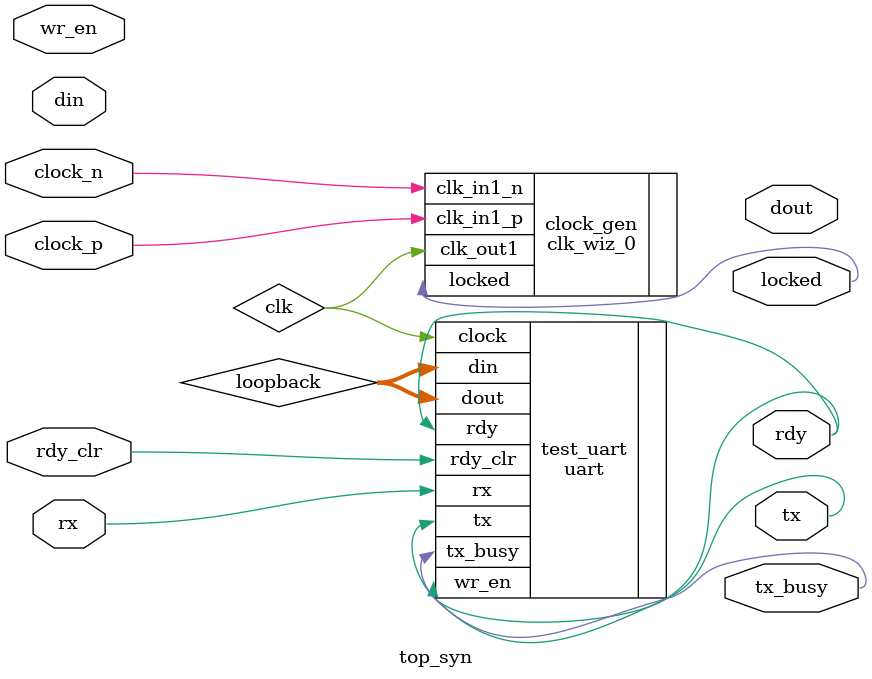
<source format=v>
module top_syn(input wire [7:0] din,
	    input wire wr_en,
	    input wire clock_n,
	    input wire clock_p,
	    output wire tx,
	    output wire tx_busy,
	    input wire rx,
	    output wire rdy,
	    input wire rdy_clr,
	    output wire [7:0] dout,
	    output wire locked);
	    
wire [7:0] loopback;
wire clk;

clk_wiz_0 clock_gen
(
  // Clock in ports
   .clk_in1_p(clock_p),    // input clk_in1_p
   .clk_in1_n(clock_n),    // input clk_in1_n
   // Clock out ports
   .clk_out1(clk),     // output clk_out1
   // Status and control signals
   .locked(locked));      // output locked

uart test_uart(.din(loopback),
	       .wr_en(rdy),
	       .clock(clk),
	       .tx(tx),
	       .tx_busy(tx_busy),
	       .rx(rx),
	       .rdy(rdy),
	       .rdy_clr(rdy_clr),
	       .dout(loopback));
endmodule

</source>
